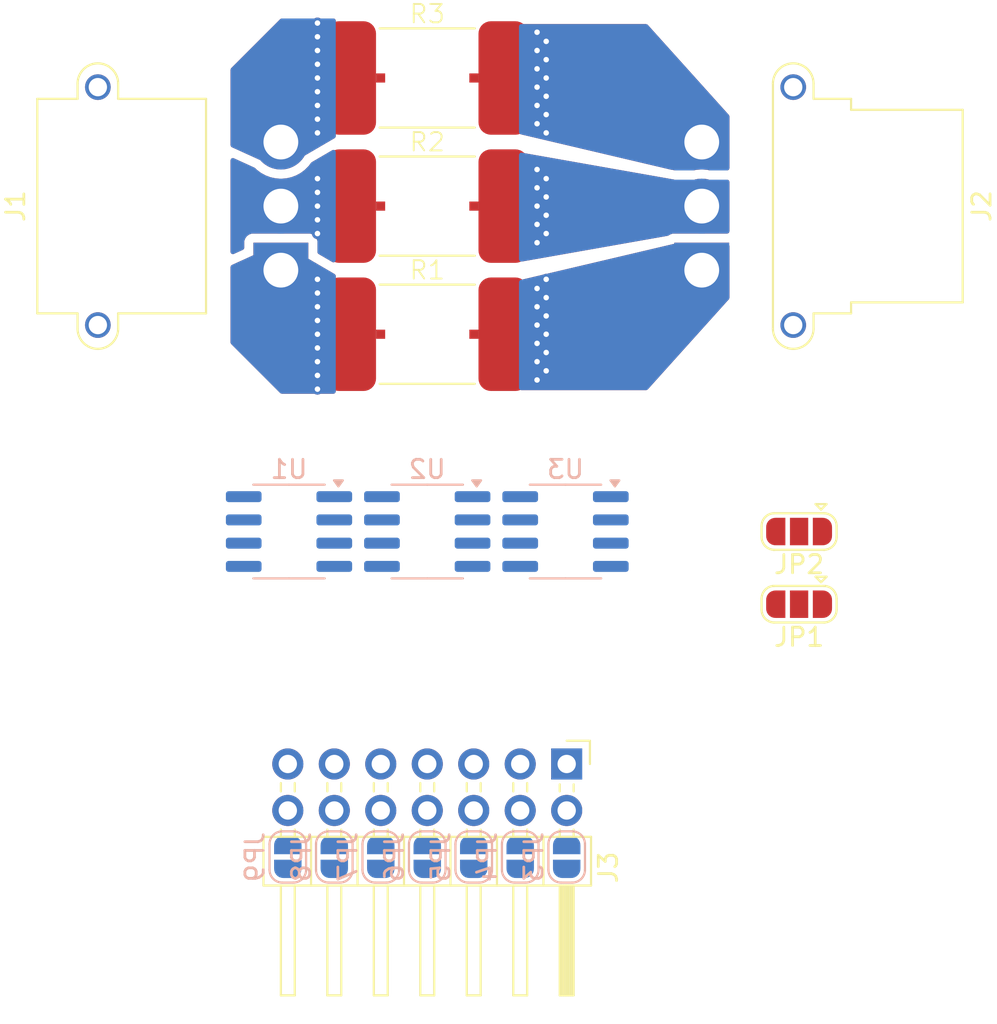
<source format=kicad_pcb>
(kicad_pcb (version 20240108) (generator "pcbnew") (generator_version "8.0")
  (layers (0 "F.Cu" signal) (31 "B.Cu" signal) (34 "B.Paste" user) (35 "F.Paste" user) (36 "B.SilkS" user "B.Silkscreen") (37 "F.SilkS" user "F.Silkscreen") (38 "B.Mask" user) (39 "F.Mask" user) (44 "Edge.Cuts" user))
  (net 0 "")
  (net 1 "IN_V")
  (net 2 "IN_W")
  (net 3 "IN_U")
  (net 4 "OUT_U")
  (net 5 "OUT_V")
  (net 6 "OUT_W")
  (net 7 "Net-(U1--)")
  (net 8 "Net-(U1-+)")
  (net 9 "VSS")
  (net 10 "VDD")
  (net 11 "REF1_IN")
  (net 12 "Net-(J3-Pin_14)")
  (net 13 "Net-(J3-Pin_4)")
  (net 14 "I_V_OUT")
  (net 15 "Net-(J3-Pin_12)")
  (net 16 "REF2_IN")
  (net 17 "Net-(J3-Pin_8)")
  (net 18 "I_U_OUT")
  (net 19 "Net-(J3-Pin_2)")
  (net 20 "I_W_OUT")
  (net 21 "Net-(J3-Pin_10)")
  (net 22 "Net-(J3-Pin_6)")
  (net 23 "REF2")
  (net 24 "REF1")
  (net 25 "Net-(U2-+)")
  (net 26 "Net-(U2--)")
  (net 27 "Net-(U3-+)")
  (net 28 "Net-(U3--)")
  (footprint "Connector_AMASS:AMASS_MR30PW-FB_1x03_P3.50mm_Horizontal" (layer "F.Cu") (at 101.36 51.76 -90)
    (property "Reference" "J2" (at -3.5 -15.3 90) (layer "F.SilkS"))
    (property "Value" "MR30PW-FB")
    (fp_line (start -10.2 -3.89) (end 3.2 -3.89) (stroke (width 0.12)) (layer "F.SilkS"))
    (fp_line (start -10.2 -6.11) (end -9.36 -6.11) (stroke (width 0.12)) (layer "F.SilkS"))
    (fp_line (start 2.36 -6.11) (end 3.2 -6.11) (stroke (width 0.12)) (layer "F.SilkS"))
    (fp_line (start -9.36 -8.16) (end -9.36 -6.11) (stroke (width 0.12)) (layer "F.SilkS"))
    (fp_line (start -9.36 -8.16) (end -8.76 -8.16) (stroke (width 0.12)) (layer "F.SilkS"))
    (fp_line (start 1.76 -8.16) (end 2.36 -8.16) (stroke (width 0.12)) (layer "F.SilkS"))
    (fp_line (start 2.36 -8.16) (end 2.36 -6.11) (stroke (width 0.12)) (layer "F.SilkS"))
    (fp_line (start -8.76 -14.26) (end -8.76 -8.16) (stroke (width 0.12)) (layer "F.SilkS"))
    (fp_line (start -8.76 -14.26) (end 1.76 -14.26) (stroke (width 0.12)) (layer "F.SilkS"))
    (fp_line (start 1.76 -14.26) (end 1.76 -8.16) (stroke (width 0.12)) (layer "F.SilkS"))
    (fp_arc (start -10.2 -3.89) (mid -11.31 -5) (end -10.2 -6.11) (stroke (width 0.12)) (layer "F.SilkS"))
    (fp_arc (start 3.2 -6.11) (mid 4.31 -5) (end 3.2 -3.89) (stroke (width 0.12)) (layer "F.SilkS"))
    (pad "" thru_hole circle (at -10 -5 270) (size 1.4 1.4) (drill 1) (layers "*.Cu" "*.Mask"))
    (pad "" thru_hole circle (at 3 -5) (size 1.4 1.4) (drill 1) (layers "*.Cu" "*.Mask"))
    (pad "1" thru_hole rect (at 0 0 270) (size 3 3) (drill 1.9) (layers "*.Cu" "*.Mask") (net 4 "OUT_U"))
    (pad "2" thru_hole circle (at -3.5 0 270) (size 3 3) (drill 1.9) (layers "*.Cu" "*.Mask") (net 5 "OUT_V"))
    (pad "3" thru_hole circle (at -7 0 270) (size 3 3) (drill 1.9) (layers "*.Cu" "*.Mask") (net 6 "OUT_W"))
  )
  (footprint "Custom_Shunt_Resistor_Footprint_Library:R_Shunt_3920_10052Metric" (layer "F.Cu") (at 86.36 41.26)
    (property "Reference" "R3" (at 0 -3.5 0) (layer "F.SilkS") (effects (font (thickness 0.1))))
    (property "Value" "EWSL3920F1L50Q9")
    (fp_line (start -2.6 -2.71) (end 2.6 -2.71) (stroke (width 0.12)) (layer "F.SilkS"))
    (fp_line (start -2.6 2.71) (end 2.6 2.71) (stroke (width 0.12)) (layer "F.SilkS"))
    (pad "1" smd roundrect (at -4.15 0) (size 2.7 6.2) (layers "F.Cu" "F.Paste" "F.Mask") (net 2 "IN_W"))
    (pad "2" smd rect (at -2.55 0) (size 0.5 0.5) (layers "F.Cu") (net 27 "Net-(U3-+)"))
    (pad "3" smd rect (at 2.55 0) (size 0.5 0.5) (layers "F.Cu") (net 28 "Net-(U3--)"))
    (pad "4" smd roundrect (at 4.15 0) (size 2.7 6.2) (layers "F.Cu" "F.Paste" "F.Mask") (net 6 "OUT_W"))
  )
  (footprint "Custom_Shunt_Resistor_Footprint_Library:R_Shunt_3920_10052Metric" (layer "F.Cu") (at 86.36 55.26)
    (property "Reference" "R1" (at 0 -3.5 0) (layer "F.SilkS") (effects (font (thickness 0.1))))
    (property "Value" "EWSL3920F1L50Q9")
    (fp_line (start -2.6 -2.71) (end 2.6 -2.71) (stroke (width 0.12)) (layer "F.SilkS"))
    (fp_line (start -2.6 2.71) (end 2.6 2.71) (stroke (width 0.12)) (layer "F.SilkS"))
    (pad "1" smd roundrect (at -4.15 0) (size 2.7 6.2) (layers "F.Cu" "F.Paste" "F.Mask") (net 3 "IN_U"))
    (pad "2" smd rect (at -2.55 0) (size 0.5 0.5) (layers "F.Cu") (net 8 "Net-(U1-+)"))
    (pad "3" smd rect (at 2.55 0) (size 0.5 0.5) (layers "F.Cu") (net 7 "Net-(U1--)"))
    (pad "4" smd roundrect (at 4.15 0) (size 2.7 6.2) (layers "F.Cu" "F.Paste" "F.Mask") (net 4 "OUT_U"))
  )
  (footprint "Jumper:SolderJumper-3_P1.3mm_Open_RoundedPad1.0x1.5mm" (layer "F.Cu") (at 106.68 66.04 180)
    (property "Reference" "JP2" (at 0 -1.8 360) (layer "F.SilkS"))
    (property "Value" "SolderJumper_3_Open")
    (fp_line (start 2.05 -0.3) (end 2.05 0.3) (stroke (width 0.12)) (layer "F.SilkS"))
    (fp_line (start 1.4 1) (end -1.4 1) (stroke (width 0.12)) (layer "F.SilkS"))
    (fp_line (start -1.2 1.2) (end -0.9 1.5) (stroke (width 0.12)) (layer "F.SilkS"))
    (fp_line (start -1.2 1.2) (end -1.5 1.5) (stroke (width 0.12)) (layer "F.SilkS"))
    (fp_line (start -1.4 -1) (end 1.4 -1) (stroke (width 0.12)) (layer "F.SilkS"))
    (fp_line (start -1.5 1.5) (end -0.9 1.5) (stroke (width 0.12)) (layer "F.SilkS"))
    (fp_line (start -2.05 0.3) (end -2.05 -0.3) (stroke (width 0.12)) (layer "F.SilkS"))
    (fp_arc (start 2.05 0.3) (mid 1.844975 0.794975) (end 1.35 1) (stroke (width 0.12)) (layer "F.SilkS"))
    (fp_arc (start 1.35 -1) (mid 1.844975 -0.794975) (end 2.05 -0.3) (stroke (width 0.12)) (layer "F.SilkS"))
    (fp_arc (start -1.35 1) (mid -1.844975 0.794975) (end -2.05 0.3) (stroke (width 0.12)) (layer "F.SilkS"))
    (fp_arc (start -2.05 -0.3) (mid -1.844975 -0.794975) (end -1.35 -1) (stroke (width 0.12)) (layer "F.SilkS"))
    (pad "1" smd custom (at -1.3 0 180) (size 1 0.5) (layers "F.Cu" "F.Mask") (net 9 "VSS") (options (clearance outline) (anchor rect)) (primitives (gr_circle (center 0 0.25) (end 0.5 0.25) (width 0) (fill yes)) (gr_circle (center 0 -0.25) (end 0.5 -0.25) (width 0) (fill yes)) (gr_poly (pts (xy 0.55 0.75) (xy 0 0.75) (xy 0 -0.75) (xy 0.55 -0.75)) (width 0) (fill yes))))
    (pad "2" smd rect (at 0 0 180) (size 1 1.5) (layers "F.Cu" "F.Mask") (net 24 "REF1"))
    (pad "3" smd custom (at 1.3 0 180) (size 1 0.5) (layers "F.Cu" "F.Mask") (net 11 "REF1_IN") (options (clearance outline) (anchor rect)) (primitives (gr_circle (center 0 0.25) (end 0.5 0.25) (width 0) (fill yes)) (gr_circle (center 0 -0.25) (end 0.5 -0.25) (width 0) (fill yes)) (gr_poly (pts (xy 0 0.75) (xy -0.55 0.75) (xy -0.55 -0.75) (xy 0 -0.75)) (width 0) (fill yes))))
  )
  (footprint "Connector_AMASS:AMASS_MR30PW-M_1x03_P3.50mm_Horizontal" (layer "F.Cu") (at 78.36 51.76 90)
    (property "Reference" "J1" (at 3.5 -14.5 90) (layer "F.SilkS"))
    (property "Value" "MR30PW-M")
    (fp_line (start 9.36 -13.31) (end 9.36 -11.11) (stroke (width 0.12)) (layer "F.SilkS"))
    (fp_line (start -2.36 -13.31) (end 9.36 -13.31) (stroke (width 0.12)) (layer "F.SilkS"))
    (fp_line (start -2.36 -13.31) (end -2.36 -11.11) (stroke (width 0.12)) (layer "F.SilkS"))
    (fp_line (start 9.36 -11.11) (end 10.2 -11.11) (stroke (width 0.12)) (layer "F.SilkS"))
    (fp_line (start -3.2 -11.11) (end -2.36 -11.11) (stroke (width 0.12)) (layer "F.SilkS"))
    (fp_line (start 9.36 -8.89) (end 10.2 -8.89) (stroke (width 0.12)) (layer "F.SilkS"))
    (fp_line (start 9.36 -8.89) (end 9.36 -4.09) (stroke (width 0.12)) (layer "F.SilkS"))
    (fp_line (start -2.36 -8.89) (end -2.36 -4.09) (stroke (width 0.12)) (layer "F.SilkS"))
    (fp_line (start -3.2 -8.89) (end -2.36 -8.89) (stroke (width 0.12)) (layer "F.SilkS"))
    (fp_line (start -2.36 -4.09) (end 9.36 -4.09) (stroke (width 0.12)) (layer "F.SilkS"))
    (fp_arc (start 10.2 -11.11) (mid 11.31 -10) (end 10.2 -8.89) (stroke (width 0.12)) (layer "F.SilkS"))
    (fp_arc (start -3.2 -8.89) (mid -4.31 -10) (end -3.2 -11.11) (stroke (width 0.12)) (layer "F.SilkS"))
    (pad "" thru_hole circle (at -3 -10 90) (size 1.4 1.4) (drill 1) (layers "*.Cu" "*.Mask"))
    (pad "" thru_hole circle (at 10 -10 90) (size 1.4 1.4) (drill 1) (layers "*.Cu" "*.Mask"))
    (pad "1" thru_hole rect (at 0 0 90) (size 3 3) (drill 1.9) (layers "*.Cu" "*.Mask") (net 3 "IN_U"))
    (pad "2" thru_hole circle (at 3.5 0 90) (size 3 3) (drill 1.9) (layers "*.Cu" "*.Mask") (net 1 "IN_V"))
    (pad "3" thru_hole circle (at 7 0 90) (size 3 3) (drill 1.9) (layers "*.Cu" "*.Mask") (net 2 "IN_W"))
  )
  (footprint "Custom_Shunt_Resistor_Footprint_Library:R_Shunt_3920_10052Metric" (layer "F.Cu") (at 86.36 48.26)
    (property "Reference" "R2" (at 0 -3.5 0) (layer "F.SilkS") (effects (font (thickness 0.1))))
    (property "Value" "EWSL3920F1L50Q9")
    (fp_line (start -2.6 -2.71) (end 2.6 -2.71) (stroke (width 0.12)) (layer "F.SilkS"))
    (fp_line (start -2.6 2.71) (end 2.6 2.71) (stroke (width 0.12)) (layer "F.SilkS"))
    (pad "1" smd roundrect (at -4.15 0) (size 2.7 6.2) (layers "F.Cu" "F.Paste" "F.Mask") (net 1 "IN_V"))
    (pad "2" smd rect (at -2.55 0) (size 0.5 0.5) (layers "F.Cu") (net 25 "Net-(U2-+)"))
    (pad "3" smd rect (at 2.55 0) (size 0.5 0.5) (layers "F.Cu") (net 26 "Net-(U2--)"))
    (pad "4" smd roundrect (at 4.15 0) (size 2.7 6.2) (layers "F.Cu" "F.Paste" "F.Mask") (net 5 "OUT_V"))
  )
  (footprint "Connector_PinHeader_2.54mm:PinHeader_2x07_P2.54mm_Horizontal" (layer "F.Cu") (at 93.98 78.74 -90)
    (property "Reference" "J3" (at 5.655 -2.27 90) (layer "F.SilkS"))
    (property "Value" "Conn_02x07_Odd_Even")
    (fp_line (start 3.98 16.57) (end 6.64 16.57) (stroke (width 0.12)) (layer "F.SilkS"))
    (fp_line (start 6.64 16.57) (end 6.64 -1.33) (stroke (width 0.12)) (layer "F.SilkS"))
    (fp_line (start 1.042929 15.62) (end 1.497071 15.62) (stroke (width 0.12)) (layer "F.SilkS"))
    (fp_line (start 3.582929 15.62) (end 3.98 15.62) (stroke (width 0.12)) (layer "F.SilkS"))
    (fp_line (start 12.64 15.62) (end 6.64 15.62) (stroke (width 0.12)) (layer "F.SilkS"))
    (fp_line (start 1.042929 14.86) (end 1.497071 14.86) (stroke (width 0.12)) (layer "F.SilkS"))
    (fp_line (start 3.582929 14.86) (end 3.98 14.86) (stroke (width 0.12)) (layer "F.SilkS"))
    (fp_line (start 6.64 14.86) (end 12.64 14.86) (stroke (width 0.12)) (layer "F.SilkS"))
    (fp_line (start 12.64 14.86) (end 12.64 15.62) (stroke (width 0.12)) (layer "F.SilkS"))
    (fp_line (start 3.98 13.97) (end 6.64 13.97) (stroke (width 0.12)) (layer "F.SilkS"))
    (fp_line (start 1.042929 13.08) (end 1.497071 13.08) (stroke (width 0.12)) (layer "F.SilkS"))
    (fp_line (start 3.582929 13.08) (end 3.98 13.08) (stroke (width 0.12)) (layer "F.SilkS"))
    (fp_line (start 12.64 13.08) (end 6.64 13.08) (stroke (width 0.12)) (layer "F.SilkS"))
    (fp_line (start 1.042929 12.32) (end 1.497071 12.32) (stroke (width 0.12)) (layer "F.SilkS"))
    (fp_line (start 3.582929 12.32) (end 3.98 12.32) (stroke (width 0.12)) (layer "F.SilkS"))
    (fp_line (start 6.64 12.32) (end 12.64 12.32) (stroke (width 0.12)) (layer "F.SilkS"))
    (fp_line (start 12.64 12.32) (end 12.64 13.08) (stroke (width 0.12)) (layer "F.SilkS"))
    (fp_line (start 3.98 11.43) (end 6.64 11.43) (stroke (width 0.12)) (layer "F.SilkS"))
    (fp_line (start 1.042929 10.54) (end 1.497071 10.54) (stroke (width 0.12)) (layer "F.SilkS"))
    (fp_line (start 3.582929 10.54) (end 3.98 10.54) (stroke (width 0.12)) (layer "F.SilkS"))
    (fp_line (start 12.64 10.54) (end 6.64 10.54) (stroke (width 0.12)) (layer "F.SilkS"))
    (fp_line (start 1.042929 9.78) (end 1.497071 9.78) (stroke (width 0.12)) (layer "F.SilkS"))
    (fp_line (start 3.582929 9.78) (end 3.98 9.78) (stroke (width 0.12)) (layer "F.SilkS"))
    (fp_line (start 6.64 9.78) (end 12.64 9.78) (stroke (width 0.12)) (layer "F.SilkS"))
    (fp_line (start 12.64 9.78) (end 12.64 10.54) (stroke (width 0.12)) (layer "F.SilkS"))
    (fp_line (start 3.98 8.89) (end 6.64 8.89) (stroke (width 0.12)) (layer "F.SilkS"))
    (fp_line (start 1.042929 8) (end 1.497071 8) (stroke (width 0.12)) (layer "F.SilkS"))
    (fp_line (start 3.582929 8) (end 3.98 8) (stroke (width 0.12)) (layer "F.SilkS"))
    (fp_line (start 12.64 8) (end 6.64 8) (stroke (width 0.12)) (layer "F.SilkS"))
    (fp_line (start 1.042929 7.24) (end 1.497071 7.24) (stroke (width 0.12)) (layer "F.SilkS"))
    (fp_line (start 3.582929 7.24) (end 3.98 7.24) (stroke (width 0.12)) (layer "F.SilkS"))
    (fp_line (start 6.64 7.24) (end 12.64 7.24) (stroke (width 0.12)) (layer "F.SilkS"))
    (fp_line (start 12.64 7.24) (end 12.64 8) (stroke (width 0.12)) (layer "F.SilkS"))
    (fp_line (start 3.98 6.35) (end 6.64 6.35) (stroke (width 0.12)) (layer "F.SilkS"))
    (fp_line (start 1.042929 5.46) (end 1.497071 5.46) (stroke (width 0.12)) (layer "F.SilkS"))
    (fp_line (start 3.582929 5.46) (end 3.98 5.46) (stroke (width 0.12)) (layer "F.SilkS"))
    (fp_line (start 12.64 5.46) (end 6.64 5.46) (stroke (width 0.12)) (layer "F.SilkS"))
    (fp_line (start 1.042929 4.7) (end 1.497071 4.7) (stroke (width 0.12)) (layer "F.SilkS"))
    (fp_line (start 3.582929 4.7) (end 3.98 4.7) (stroke (width 0.12)) (layer "F.SilkS"))
    (fp_line (start 6.64 4.7) (end 12.64 4.7) (stroke (width 0.12)) (layer "F.SilkS"))
    (fp_line (start 12.64 4.7) (end 12.64 5.46) (stroke (width 0.12)) (layer "F.SilkS"))
    (fp_line (start 3.98 3.81) (end 6.64 3.81) (stroke (width 0.12)) (layer "F.SilkS"))
    (fp_line (start 1.042929 2.92) (end 1.497071 2.92) (stroke (width 0.12)) (layer "F.SilkS"))
    (fp_line (start 3.582929 2.92) (end 3.98 2.92) (stroke (width 0.12)) (layer "F.SilkS"))
    (fp_line (start 12.64 2.92) (end 6.64 2.92) (stroke (width 0.12)) (layer "F.SilkS"))
    (fp_line (start 1.042929 2.16) (end 1.497071 2.16) (stroke (width 0.12)) (layer "F.SilkS"))
    (fp_line (start 3.582929 2.16) (end 3.98 2.16) (stroke (width 0.12)) (layer "F.SilkS"))
    (fp_line (start 6.64 2.16) (end 12.64 2.16) (stroke (width 0.12)) (layer "F.SilkS"))
    (fp_line (start 12.64 2.16) (end 12.64 2.92) (stroke (width 0.12)) (layer "F.SilkS"))
    (fp_line (start 3.98 1.27) (end 6.64 1.27) (stroke (width 0.12)) (layer "F.SilkS"))
    (fp_line (start 1.11 0.38) (end 1.497071 0.38) (stroke (width 0.12)) (layer "F.SilkS"))
    (fp_line (start 3.582929 0.38) (end 3.98 0.38) (stroke (width 0.12)) (layer "F.SilkS"))
    (fp_line (start 12.64 0.38) (end 6.64 0.38) (stroke (width 0.12)) (layer "F.SilkS"))
    (fp_line (start 6.64 0.28) (end 12.64 0.28) (stroke (width 0.12)) (layer "F.SilkS"))
    (fp_line (start 6.64 0.16) (end 12.64 0.16) (stroke (width 0.12)) (layer "F.SilkS"))
    (fp_line (start 6.64 0.04) (end 12.64 0.04) (stroke (width 0.12)) (layer "F.SilkS"))
    (fp_line (start -1.27 0) (end -1.27 -1.27) (stroke (width 0.12)) (layer "F.SilkS"))
    (fp_line (start 6.64 -0.08) (end 12.64 -0.08) (stroke (width 0.12)) (layer "F.SilkS"))
    (fp_line (start 6.64 -0.2) (end 12.64 -0.2) (stroke (width 0.12)) (layer "F.SilkS"))
    (fp_line (start 6.64 -0.32) (end 12.64 -0.32) (stroke (width 0.12)) (layer "F.SilkS"))
    (fp_line (start 1.11 -0.38) (end 1.497071 -0.38) (stroke (width 0.12)) (layer "F.SilkS"))
    (fp_line (start 3.582929 -0.38) (end 3.98 -0.38) (stroke (width 0.12)) (layer "F.SilkS"))
    (fp_line (start 6.64 -0.38) (end 12.64 -0.38) (stroke (width 0.12)) (layer "F.SilkS"))
    (fp_line (start 12.64 -0.38) (end 12.64 0.38) (stroke (width 0.12)) (layer "F.SilkS"))
    (fp_line (start -1.27 -1.27) (end 0 -1.27) (stroke (width 0.12)) (layer "F.SilkS"))
    (fp_line (start 3.98 -1.33) (end 3.98 16.57) (stroke (width 0.12)) (layer "F.SilkS"))
    (fp_line (start 6.64 -1.33) (end 3.98 -1.33) (stroke (width 0.12)) (layer "F.SilkS"))
    (pad "1" thru_hole rect (at 0 0 270) (size 1.7 1.7) (drill 1) (layers "*.Cu" "*.Mask") (net 18 "I_U_OUT"))
    (pad "2" thru_hole oval (at 2.54 0 270) (size 1.7 1.7) (drill 1) (layers "*.Cu" "*.Mask") (net 19 "Net-(J3-Pin_2)"))
    (pad "3" thru_hole oval (at 0 2.54 270) (size 1.7 1.7) (drill 1) (layers "*.Cu" "*.Mask") (net 14 "I_V_OUT"))
    (pad "4" thru_hole oval (at 2.54 2.54 270) (size 1.7 1.7) (drill 1) (layers "*.Cu" "*.Mask") (net 13 "Net-(J3-Pin_4)"))
    (pad "5" thru_hole oval (at 0 5.08 270) (size 1.7 1.7) (drill 1) (layers "*.Cu" "*.Mask") (net 20 "I_W_OUT"))
    (pad "6" thru_hole oval (at 2.54 5.08 270) (size 1.7 1.7) (drill 1) (layers "*.Cu" "*.Mask") (net 22 "Net-(J3-Pin_6)"))
    (pad "7" thru_hole oval (at 0 7.62 270) (size 1.7 1.7) (drill 1) (layers "*.Cu" "*.Mask") (net 11 "REF1_IN"))
    (pad "8" thru_hole oval (at 2.54 7.62 270) (size 1.7 1.7) (drill 1) (layers "*.Cu" "*.Mask") (net 17 "Net-(J3-Pin_8)"))
    (pad "9" thru_hole oval (at 0 10.16 270) (size 1.7 1.7) (drill 1) (layers "*.Cu" "*.Mask") (net 16 "REF2_IN"))
    (pad "10" thru_hole oval (at 2.54 10.16 270) (size 1.7 1.7) (drill 1) (layers "*.Cu" "*.Mask") (net 21 "Net-(J3-Pin_10)"))
    (pad "11" thru_hole oval (at 0 12.7 270) (size 1.7 1.7) (drill 1) (layers "*.Cu" "*.Mask") (net 9 "VSS"))
    (pad "12" thru_hole oval (at 2.54 12.7 270) (size 1.7 1.7) (drill 1) (layers "*.Cu" "*.Mask") (net 15 "Net-(J3-Pin_12)"))
    (pad "13" thru_hole oval (at 0 15.24 270) (size 1.7 1.7) (drill 1) (layers "*.Cu" "*.Mask") (net 10 "VDD"))
    (pad "14" thru_hole oval (at 2.54 15.24 270) (size 1.7 1.7) (drill 1) (layers "*.Cu" "*.Mask") (net 12 "Net-(J3-Pin_14)"))
  )
  (footprint "Jumper:SolderJumper-3_P1.3mm_Open_RoundedPad1.0x1.5mm" (layer "F.Cu") (at 106.68 70.01 180)
    (property "Reference" "JP1" (at 0 -1.8 360) (layer "F.SilkS"))
    (property "Value" "SolderJumper_3_Open")
    (fp_line (start 2.05 -0.3) (end 2.05 0.3) (stroke (width 0.12)) (layer "F.SilkS"))
    (fp_line (start 1.4 1) (end -1.4 1) (stroke (width 0.12)) (layer "F.SilkS"))
    (fp_line (start -1.2 1.2) (end -0.9 1.5) (stroke (width 0.12)) (layer "F.SilkS"))
    (fp_line (start -1.2 1.2) (end -1.5 1.5) (stroke (width 0.12)) (layer "F.SilkS"))
    (fp_line (start -1.4 -1) (end 1.4 -1) (stroke (width 0.12)) (layer "F.SilkS"))
    (fp_line (start -1.5 1.5) (end -0.9 1.5) (stroke (width 0.12)) (layer "F.SilkS"))
    (fp_line (start -2.05 0.3) (end -2.05 -0.3) (stroke (width 0.12)) (layer "F.SilkS"))
    (fp_arc (start 2.05 0.3) (mid 1.844975 0.794975) (end 1.35 1) (stroke (width 0.12)) (layer "F.SilkS"))
    (fp_arc (start 1.35 -1) (mid 1.844975 -0.794975) (end 2.05 -0.3) (stroke (width 0.12)) (layer "F.SilkS"))
    (fp_arc (start -1.35 1) (mid -1.844975 0.794975) (end -2.05 0.3) (stroke (width 0.12)) (layer "F.SilkS"))
    (fp_arc (start -2.05 -0.3) (mid -1.844975 -0.794975) (end -1.35 -1) (stroke (width 0.12)) (layer "F.SilkS"))
    (pad "1" smd custom (at -1.3 0 180) (size 1 0.5) (layers "F.Cu" "F.Mask") (net 10 "VDD") (options (clearance outline) (anchor rect)) (primitives (gr_circle (center 0 0.25) (end 0.5 0.25) (width 0) (fill yes)) (gr_circle (center 0 -0.25) (end 0.5 -0.25) (width 0) (fill yes)) (gr_poly (pts (xy 0.55 0.75) (xy 0 0.75) (xy 0 -0.75) (xy 0.55 -0.75)) (width 0) (fill yes))))
    (pad "2" smd rect (at 0 0 180) (size 1 1.5) (layers "F.Cu" "F.Mask") (net 23 "REF2"))
    (pad "3" smd custom (at 1.3 0 180) (size 1 0.5) (layers "F.Cu" "F.Mask") (net 16 "REF2_IN") (options (clearance outline) (anchor rect)) (primitives (gr_circle (center 0 0.25) (end 0.5 0.25) (width 0) (fill yes)) (gr_circle (center 0 -0.25) (end 0.5 -0.25) (width 0) (fill yes)) (gr_poly (pts (xy 0 0.75) (xy -0.55 0.75) (xy -0.55 -0.75) (xy 0 -0.75)) (width 0) (fill yes))))
  )
  (footprint "Package_SO:SOIC-8_3.9x4.9mm_P1.27mm" (layer "B.Cu") (at 93.915 66.04 180)
    (property "Reference" "U3" (at 0 3.4 0) (layer "B.SilkS") (effects (justify mirror)))
    (property "Value" "INA240A1D")
    (fp_line (start 1.95 2.56) (end 0 2.56) (stroke (width 0.12)) (layer "B.SilkS"))
    (fp_line (start 1.95 -2.56) (end 0 -2.56) (stroke (width 0.12)) (layer "B.SilkS"))
    (fp_line (start -1.95 2.56) (end 0 2.56) (stroke (width 0.12)) (layer "B.SilkS"))
    (fp_line (start -1.95 -2.56) (end 0 -2.56) (stroke (width 0.12)) (layer "B.SilkS"))
    (fp_poly (pts (xy -2.7 2.465) (xy -2.94 2.795) (xy -2.46 2.795) (xy -2.7 2.465)) (stroke (width 0.12)) (fill solid) (layer "B.SilkS"))
    (pad "1" smd roundrect (at -2.475 1.905 180) (size 1.95 0.6) (layers "B.Cu" "B.Paste" "B.Mask") (net 28 "Net-(U3--)"))
    (pad "2" smd roundrect (at -2.475 0.635 180) (size 1.95 0.6) (layers "B.Cu" "B.Paste" "B.Mask") (net 9 "VSS"))
    (pad "3" smd roundrect (at -2.475 -0.635 180) (size 1.95 0.6) (layers "B.Cu" "B.Paste" "B.Mask") (net 23 "REF2"))
    (pad "4" smd roundrect (at -2.475 -1.905 180) (size 1.95 0.6) (layers "B.Cu" "B.Paste" "B.Mask") (net 9 "VSS"))
    (pad "5" smd roundrect (at 2.475 -1.905 180) (size 1.95 0.6) (layers "B.Cu" "B.Paste" "B.Mask") (net 20 "I_W_OUT"))
    (pad "6" smd roundrect (at 2.475 -0.635 180) (size 1.95 0.6) (layers "B.Cu" "B.Paste" "B.Mask") (net 10 "VDD"))
    (pad "7" smd roundrect (at 2.475 0.635 180) (size 1.95 0.6) (layers "B.Cu" "B.Paste" "B.Mask") (net 24 "REF1"))
    (pad "8" smd roundrect (at 2.475 1.905 180) (size 1.95 0.6) (layers "B.Cu" "B.Paste" "B.Mask") (net 27 "Net-(U3-+)"))
  )
  (footprint "Jumper:SolderJumper-2_P1.3mm_Open_RoundedPad1.0x1.5mm" (layer "B.Cu") (at 88.9 83.82 -90)
    (property "Reference" "JP5" (at 0 1.8 90) (layer "B.SilkS") (effects (justify mirror)))
    (property "Value" "SolderJumper_2_Open")
    (fp_line (start 0.7 1) (end -0.7 1) (stroke (width 0.12)) (layer "B.SilkS"))
    (fp_line (start -1.4 0.3) (end -1.4 -0.3) (stroke (width 0.12)) (layer "B.SilkS"))
    (fp_line (start 1.4 -0.3) (end 1.4 0.3) (stroke (width 0.12)) (layer "B.SilkS"))
    (fp_line (start -0.7 -1) (end 0.7 -1) (stroke (width 0.12)) (layer "B.SilkS"))
    (fp_arc (start -0.7 1) (mid -1.194975 0.794975) (end -1.4 0.3) (stroke (width 0.12)) (layer "B.SilkS"))
    (fp_arc (start 1.4 0.3) (mid 1.194975 0.794975) (end 0.7 1) (stroke (width 0.12)) (layer "B.SilkS"))
    (fp_arc (start -1.4 -0.3) (mid -1.194975 -0.794975) (end -0.7 -1) (stroke (width 0.12)) (layer "B.SilkS"))
    (fp_arc (start 0.7 -1) (mid 1.194975 -0.794975) (end 1.4 -0.3) (stroke (width 0.12)) (layer "B.SilkS"))
    (pad "1" smd custom (at -0.65 0 270) (size 1 0.5) (layers "B.Cu" "B.Mask") (net 22 "Net-(J3-Pin_6)") (options (clearance outline) (anchor rect)) (primitives (gr_circle (center 0 -0.25) (end 0.5 -0.25) (width 0) (fill yes)) (gr_circle (center 0 0.25) (end 0.5 0.25) (width 0) (fill yes)) (gr_poly (pts (xy 0.5 -0.75) (xy 0 -0.75) (xy 0 0.75) (xy 0.5 0.75)) (width 0) (fill yes))))
    (pad "2" smd custom (at 0.65 0 270) (size 1 0.5) (layers "B.Cu" "B.Mask") (net 9 "VSS") (options (clearance outline) (anchor rect)) (primitives (gr_circle (center 0 -0.25) (end 0.5 -0.25) (width 0) (fill yes)) (gr_circle (center 0 0.25) (end 0.5 0.25) (width 0) (fill yes)) (gr_poly (pts (xy 0 -0.75) (xy -0.5 -0.75) (xy -0.5 0.75) (xy 0 0.75)) (width 0) (fill yes))))
  )
  (footprint "Package_SO:SOIC-8_3.9x4.9mm_P1.27mm" (layer "B.Cu") (at 78.805 66.04 180)
    (property "Reference" "U1" (at 0 3.4 0) (layer "B.SilkS") (effects (justify mirror)))
    (property "Value" "INA240A1D")
    (fp_line (start 1.95 2.56) (end 0 2.56) (stroke (width 0.12)) (layer "B.SilkS"))
    (fp_line (start 1.95 -2.56) (end 0 -2.56) (stroke (width 0.12)) (layer "B.SilkS"))
    (fp_line (start -1.95 2.56) (end 0 2.56) (stroke (width 0.12)) (layer "B.SilkS"))
    (fp_line (start -1.95 -2.56) (end 0 -2.56) (stroke (width 0.12)) (layer "B.SilkS"))
    (fp_poly (pts (xy -2.7 2.465) (xy -2.94 2.795) (xy -2.46 2.795) (xy -2.7 2.465)) (stroke (width 0.12)) (fill solid) (layer "B.SilkS"))
    (pad "1" smd roundrect (at -2.475 1.905 180) (size 1.95 0.6) (layers "B.Cu" "B.Paste" "B.Mask") (net 7 "Net-(U1--)"))
    (pad "2" smd roundrect (at -2.475 0.635 180) (size 1.95 0.6) (layers "B.Cu" "B.Paste" "B.Mask") (net 9 "VSS"))
    (pad "3" smd roundrect (at -2.475 -0.635 180) (size 1.95 0.6) (layers "B.Cu" "B.Paste" "B.Mask") (net 23 "REF2"))
    (pad "4" smd roundrect (at -2.475 -1.905 180) (size 1.95 0.6) (layers "B.Cu" "B.Paste" "B.Mask") (net 9 "VSS"))
    (pad "5" smd roundrect (at 2.475 -1.905 180) (size 1.95 0.6) (layers "B.Cu" "B.Paste" "B.Mask") (net 18 "I_U_OUT"))
    (pad "6" smd roundrect (at 2.475 -0.635 180) (size 1.95 0.6) (layers "B.Cu" "B.Paste" "B.Mask") (net 10 "VDD"))
    (pad "7" smd roundrect (at 2.475 0.635 180) (size 1.95 0.6) (layers "B.Cu" "B.Paste" "B.Mask") (net 24 "REF1"))
    (pad "8" smd roundrect (at 2.475 1.905 180) (size 1.95 0.6) (layers "B.Cu" "B.Paste" "B.Mask") (net 8 "Net-(U1-+)"))
  )
  (footprint "Jumper:SolderJumper-2_P1.3mm_Open_RoundedPad1.0x1.5mm" (layer "B.Cu") (at 83.82 83.82 -90)
    (property "Reference" "JP7" (at 0 1.8 90) (layer "B.SilkS") (effects (justify mirror)))
    (property "Value" "SolderJumper_2_Open")
    (fp_line (start 0.7 1) (end -0.7 1) (stroke (width 0.12)) (layer "B.SilkS"))
    (fp_line (start -1.4 0.3) (end -1.4 -0.3) (stroke (width 0.12)) (layer "B.SilkS"))
    (fp_line (start 1.4 -0.3) (end 1.4 0.3) (stroke (width 0.12)) (layer "B.SilkS"))
    (fp_line (start -0.7 -1) (end 0.7 -1) (stroke (width 0.12)) (layer "B.SilkS"))
    (fp_arc (start -0.7 1) (mid -1.194975 0.794975) (end -1.4 0.3) (stroke (width 0.12)) (layer "B.SilkS"))
    (fp_arc (start 1.4 0.3) (mid 1.194975 0.794975) (end 0.7 1) (stroke (width 0.12)) (layer "B.SilkS"))
    (fp_arc (start -1.4 -0.3) (mid -1.194975 -0.794975) (end -0.7 -1) (stroke (width 0.12)) (layer "B.SilkS"))
    (fp_arc (start 0.7 -1) (mid 1.194975 -0.794975) (end 1.4 -0.3) (stroke (width 0.12)) (layer "B.SilkS"))
    (pad "1" smd custom (at -0.65 0 270) (size 1 0.5) (layers "B.Cu" "B.Mask") (net 21 "Net-(J3-Pin_10)") (options (clearance outline) (anchor rect)) (primitives (gr_circle (center 0 -0.25) (end 0.5 -0.25) (width 0) (fill yes)) (gr_circle (center 0 0.25) (end 0.5 0.25) (width 0) (fill yes)) (gr_poly (pts (xy 0.5 -0.75) (xy 0 -0.75) (xy 0 0.75) (xy 0.5 0.75)) (width 0) (fill yes))))
    (pad "2" smd custom (at 0.65 0 270) (size 1 0.5) (layers "B.Cu" "B.Mask") (net 9 "VSS") (options (clearance outline) (anchor rect)) (primitives (gr_circle (center 0 -0.25) (end 0.5 -0.25) (width 0) (fill yes)) (gr_circle (center 0 0.25) (end 0.5 0.25) (width 0) (fill yes)) (gr_poly (pts (xy 0 -0.75) (xy -0.5 -0.75) (xy -0.5 0.75) (xy 0 0.75)) (width 0) (fill yes))))
  )
  (footprint "Jumper:SolderJumper-2_P1.3mm_Open_RoundedPad1.0x1.5mm" (layer "B.Cu") (at 86.36 83.82 -90)
    (property "Reference" "JP6" (at 0 1.8 90) (layer "B.SilkS") (effects (justify mirror)))
    (property "Value" "SolderJumper_2_Open")
    (fp_line (start 0.7 1) (end -0.7 1) (stroke (width 0.12)) (layer "B.SilkS"))
    (fp_line (start -1.4 0.3) (end -1.4 -0.3) (stroke (width 0.12)) (layer "B.SilkS"))
    (fp_line (start 1.4 -0.3) (end 1.4 0.3) (stroke (width 0.12)) (layer "B.SilkS"))
    (fp_line (start -0.7 -1) (end 0.7 -1) (stroke (width 0.12)) (layer "B.SilkS"))
    (fp_arc (start -0.7 1) (mid -1.194975 0.794975) (end -1.4 0.3) (stroke (width 0.12)) (layer "B.SilkS"))
    (fp_arc (start 1.4 0.3) (mid 1.194975 0.794975) (end 0.7 1) (stroke (width 0.12)) (layer "B.SilkS"))
    (fp_arc (start -1.4 -0.3) (mid -1.194975 -0.794975) (end -0.7 -1) (stroke (width 0.12)) (layer "B.SilkS"))
    (fp_arc (start 0.7 -1) (mid 1.194975 -0.794975) (end 1.4 -0.3) (stroke (width 0.12)) (layer "B.SilkS"))
    (pad "1" smd custom (at -0.65 0 270) (size 1 0.5) (layers "B.Cu" "B.Mask") (net 17 "Net-(J3-Pin_8)") (options (clearance outline) (anchor rect)) (primitives (gr_circle (center 0 -0.25) (end 0.5 -0.25) (width 0) (fill yes)) (gr_circle (center 0 0.25) (end 0.5 0.25) (width 0) (fill yes)) (gr_poly (pts (xy 0.5 -0.75) (xy 0 -0.75) (xy 0 0.75) (xy 0.5 0.75)) (width 0) (fill yes))))
    (pad "2" smd custom (at 0.65 0 270) (size 1 0.5) (layers "B.Cu" "B.Mask") (net 9 "VSS") (options (clearance outline) (anchor rect)) (primitives (gr_circle (center 0 -0.25) (end 0.5 -0.25) (width 0) (fill yes)) (gr_circle (center 0 0.25) (end 0.5 0.25) (width 0) (fill yes)) (gr_poly (pts (xy 0 -0.75) (xy -0.5 -0.75) (xy -0.5 0.75) (xy 0 0.75)) (width 0) (fill yes))))
  )
  (footprint "Package_SO:SOIC-8_3.9x4.9mm_P1.27mm" (layer "B.Cu") (at 86.36 66.04 180)
    (property "Reference" "U2" (at 0 3.4 0) (layer "B.SilkS") (effects (justify mirror)))
    (property "Value" "INA240A1D")
    (fp_line (start 1.95 2.56) (end 0 2.56) (stroke (width 0.12)) (layer "B.SilkS"))
    (fp_line (start 1.95 -2.56) (end 0 -2.56) (stroke (width 0.12)) (layer "B.SilkS"))
    (fp_line (start -1.95 2.56) (end 0 2.56) (stroke (width 0.12)) (layer "B.SilkS"))
    (fp_line (start -1.95 -2.56) (end 0 -2.56) (stroke (width 0.12)) (layer "B.SilkS"))
    (fp_poly (pts (xy -2.7 2.465) (xy -2.94 2.795) (xy -2.46 2.795) (xy -2.7 2.465)) (stroke (width 0.12)) (fill solid) (layer "B.SilkS"))
    (pad "1" smd roundrect (at -2.475 1.905 180) (size 1.95 0.6) (layers "B.Cu" "B.Paste" "B.Mask") (net 26 "Net-(U2--)"))
    (pad "2" smd roundrect (at -2.475 0.635 180) (size 1.95 0.6) (layers "B.Cu" "B.Paste" "B.Mask") (net 9 "VSS"))
    (pad "3" smd roundrect (at -2.475 -0.635 180) (size 1.95 0.6) (layers "B.Cu" "B.Paste" "B.Mask") (net 23 "REF2"))
    (pad "4" smd roundrect (at -2.475 -1.905 180) (size 1.95 0.6) (layers "B.Cu" "B.Paste" "B.Mask") (net 9 "VSS"))
    (pad "5" smd roundrect (at 2.475 -1.905 180) (size 1.95 0.6) (layers "B.Cu" "B.Paste" "B.Mask") (net 14 "I_V_OUT"))
    (pad "6" smd roundrect (at 2.475 -0.635 180) (size 1.95 0.6) (layers "B.Cu" "B.Paste" "B.Mask") (net 10 "VDD"))
    (pad "7" smd roundrect (at 2.475 0.635 180) (size 1.95 0.6) (layers "B.Cu" "B.Paste" "B.Mask") (net 24 "REF1"))
    (pad "8" smd roundrect (at 2.475 1.905 180) (size 1.95 0.6) (layers "B.Cu" "B.Paste" "B.Mask") (net 25 "Net-(U2-+)"))
  )
  (footprint "Jumper:SolderJumper-2_P1.3mm_Open_RoundedPad1.0x1.5mm" (layer "B.Cu") (at 81.28 83.82 -90)
    (property "Reference" "JP8" (at 0 1.8 90) (layer "B.SilkS") (effects (justify mirror)))
    (property "Value" "SolderJumper_2_Open")
    (fp_line (start 0.7 1) (end -0.7 1) (stroke (width 0.12)) (layer "B.SilkS"))
    (fp_line (start -1.4 0.3) (end -1.4 -0.3) (stroke (width 0.12)) (layer "B.SilkS"))
    (fp_line (start 1.4 -0.3) (end 1.4 0.3) (stroke (width 0.12)) (layer "B.SilkS"))
    (fp_line (start -0.7 -1) (end 0.7 -1) (stroke (width 0.12)) (layer "B.SilkS"))
    (fp_arc (start -0.7 1) (mid -1.194975 0.794975) (end -1.4 0.3) (stroke (width 0.12)) (layer "B.SilkS"))
    (fp_arc (start 1.4 0.3) (mid 1.194975 0.794975) (end 0.7 1) (stroke (width 0.12)) (layer "B.SilkS"))
    (fp_arc (start -1.4 -0.3) (mid -1.194975 -0.794975) (end -0.7 -1) (stroke (width 0.12)) (layer "B.SilkS"))
    (fp_arc (start 0.7 -1) (mid 1.194975 -0.794975) (end 1.4 -0.3) (stroke (width 0.12)) (layer "B.SilkS"))
    (pad "1" smd custom (at -0.65 0 270) (size 1 0.5) (layers "B.Cu" "B.Mask") (net 15 "Net-(J3-Pin_12)") (options (clearance outline) (anchor rect)) (primitives (gr_circle (center 0 -0.25) (end 0.5 -0.25) (width 0) (fill yes)) (gr_circle (center 0 0.25) (end 0.5 0.25) (width 0) (fill yes)) (gr_poly (pts (xy 0.5 -0.75) (xy 0 -0.75) (xy 0 0.75) (xy 0.5 0.75)) (width 0) (fill yes))))
    (pad "2" smd custom (at 0.65 0 270) (size 1 0.5) (layers "B.Cu" "B.Mask") (net 9 "VSS") (options (clearance outline) (anchor rect)) (primitives (gr_circle (center 0 -0.25) (end 0.5 -0.25) (width 0) (fill yes)) (gr_circle (center 0 0.25) (end 0.5 0.25) (width 0) (fill yes)) (gr_poly (pts (xy 0 -0.75) (xy -0.5 -0.75) (xy -0.5 0.75) (xy 0 0.75)) (width 0) (fill yes))))
  )
  (footprint "Jumper:SolderJumper-2_P1.3mm_Open_RoundedPad1.0x1.5mm" (layer "B.Cu") (at 78.74 83.82 -90)
    (property "Reference" "JP9" (at 0 1.8 90) (layer "B.SilkS") (effects (justify mirror)))
    (property "Value" "SolderJumper_2_Open")
    (fp_line (start 0.7 1) (end -0.7 1) (stroke (width 0.12)) (layer "B.SilkS"))
    (fp_line (start -1.4 0.3) (end -1.4 -0.3) (stroke (width 0.12)) (layer "B.SilkS"))
    (fp_line (start 1.4 -0.3) (end 1.4 0.3) (stroke (width 0.12)) (layer "B.SilkS"))
    (fp_line (start -0.7 -1) (end 0.7 -1) (stroke (width 0.12)) (layer "B.SilkS"))
    (fp_arc (start -0.7 1) (mid -1.194975 0.794975) (end -1.4 0.3) (stroke (width 0.12)) (layer "B.SilkS"))
    (fp_arc (start 1.4 0.3) (mid 1.194975 0.794975) (end 0.7 1) (stroke (width 0.12)) (layer "B.SilkS"))
    (fp_arc (start -1.4 -0.3) (mid -1.194975 -0.794975) (end -0.7 -1) (stroke (width 0.12)) (layer "B.SilkS"))
    (fp_arc (start 0.7 -1) (mid 1.194975 -0.794975) (end 1.4 -0.3) (stroke (width 0.12)) (layer "B.SilkS"))
    (pad "1" smd custom (at -0.65 0 270) (size 1 0.5) (layers "B.Cu" "B.Mask") (net 12 "Net-(J3-Pin_14)") (options (clearance outline) (anchor rect)) (primitives (gr_circle (center 0 -0.25) (end 0.5 -0.25) (width 0) (fill yes)) (gr_circle (center 0 0.25) (end 0.5 0.25) (width 0) (fill yes)) (gr_poly (pts (xy 0.5 -0.75) (xy 0 -0.75) (xy 0 0.75) (xy 0.5 0.75)) (width 0) (fill yes))))
    (pad "2" smd custom (at 0.65 0 270) (size 1 0.5) (layers "B.Cu" "B.Mask") (net 9 "VSS") (options (clearance outline) (anchor rect)) (primitives (gr_circle (center 0 -0.25) (end 0.5 -0.25) (width 0) (fill yes)) (gr_circle (center 0 0.25) (end 0.5 0.25) (width 0) (fill yes)) (gr_poly (pts (xy 0 -0.75) (xy -0.5 -0.75) (xy -0.5 0.75) (xy 0 0.75)) (width 0) (fill yes))))
  )
  (footprint "Jumper:SolderJumper-2_P1.3mm_Open_RoundedPad1.0x1.5mm" (layer "B.Cu") (at 93.98 83.82 -90)
    (property "Reference" "JP3" (at 0 1.8 90) (layer "B.SilkS") (effects (justify mirror)))
    (property "Value" "SolderJumper_2_Open")
    (fp_line (start 0.7 1) (end -0.7 1) (stroke (width 0.12)) (layer "B.SilkS"))
    (fp_line (start -1.4 0.3) (end -1.4 -0.3) (stroke (width 0.12)) (layer "B.SilkS"))
    (fp_line (start 1.4 -0.3) (end 1.4 0.3) (stroke (width 0.12)) (layer "B.SilkS"))
    (fp_line (start -0.7 -1) (end 0.7 -1) (stroke (width 0.12)) (layer "B.SilkS"))
    (fp_arc (start -0.7 1) (mid -1.194975 0.794975) (end -1.4 0.3) (stroke (width 0.12)) (layer "B.SilkS"))
    (fp_arc (start 1.4 0.3) (mid 1.194975 0.794975) (end 0.7 1) (stroke (width 0.12)) (layer "B.SilkS"))
    (fp_arc (start -1.4 -0.3) (mid -1.194975 -0.794975) (end -0.7 -1) (stroke (width 0.12)) (layer "B.SilkS"))
    (fp_arc (start 0.7 -1) (mid 1.194975 -0.794975) (end 1.4 -0.3) (stroke (width 0.12)) (layer "B.SilkS"))
    (pad "1" smd custom (at -0.65 0 270) (size 1 0.5) (layers "B.Cu" "B.Mask") (net 19 "Net-(J3-Pin_2)") (options (clearance outline) (anchor rect)) (primitives (gr_circle (center 0 -0.25) (end 0.5 -0.25) (width 0) (fill yes)) (gr_circle (center 0 0.25) (end 0.5 0.25) (width 0) (fill yes)) (gr_poly (pts (xy 0.5 -0.75) (xy 0 -0.75) (xy 0 0.75) (xy 0.5 0.75)) (width 0) (fill yes))))
    (pad "2" smd custom (at 0.65 0 270) (size 1 0.5) (layers "B.Cu" "B.Mask") (net 9 "VSS") (options (clearance outline) (anchor rect)) (primitives (gr_circle (center 0 -0.25) (end 0.5 -0.25) (width 0) (fill yes)) (gr_circle (center 0 0.25) (end 0.5 0.25) (width 0) (fill yes)) (gr_poly (pts (xy 0 -0.75) (xy -0.5 -0.75) (xy -0.5 0.75) (xy 0 0.75)) (width 0) (fill yes))))
  )
  (footprint "Jumper:SolderJumper-2_P1.3mm_Open_RoundedPad1.0x1.5mm" (layer "B.Cu") (at 91.44 83.82 -90)
    (property "Reference" "JP4" (at 0 1.8 90) (layer "B.SilkS") (effects (justify mirror)))
    (property "Value" "SolderJumper_2_Open")
    (fp_line (start 0.7 1) (end -0.7 1) (stroke (width 0.12)) (layer "B.SilkS"))
    (fp_line (start -1.4 0.3) (end -1.4 -0.3) (stroke (width 0.12)) (layer "B.SilkS"))
    (fp_line (start 1.4 -0.3) (end 1.4 0.3) (stroke (width 0.12)) (layer "B.SilkS"))
    (fp_line (start -0.7 -1) (end 0.7 -1) (stroke (width 0.12)) (layer "B.SilkS"))
    (fp_arc (start -0.7 1) (mid -1.194975 0.794975) (end -1.4 0.3) (stroke (width 0.12)) (layer "B.SilkS"))
    (fp_arc (start 1.4 0.3) (mid 1.194975 0.794975) (end 0.7 1) (stroke (width 0.12)) (layer "B.SilkS"))
    (fp_arc (start -1.4 -0.3) (mid -1.194975 -0.794975) (end -0.7 -1) (stroke (width 0.12)) (layer "B.SilkS"))
    (fp_arc (start 0.7 -1) (mid 1.194975 -0.794975) (end 1.4 -0.3) (stroke (width 0.12)) (layer "B.SilkS"))
    (pad "1" smd custom (at -0.65 0 270) (size 1 0.5) (layers "B.Cu" "B.Mask") (net 13 "Net-(J3-Pin_4)") (options (clearance outline) (anchor rect)) (primitives (gr_circle (center 0 -0.25) (end 0.5 -0.25) (width 0) (fill yes)) (gr_circle (center 0 0.25) (end 0.5 0.25) (width 0) (fill yes)) (gr_poly (pts (xy 0.5 -0.75) (xy 0 -0.75) (xy 0 0.75) (xy 0.5 0.75)) (width 0) (fill yes))))
    (pad "2" smd custom (at 0.65 0 270) (size 1 0.5) (layers "B.Cu" "B.Mask") (net 9 "VSS") (options (clearance outline) (anchor rect)) (primitives (gr_circle (center 0 -0.25) (end 0.5 -0.25) (width 0) (fill yes)) (gr_circle (center 0 0.25) (end 0.5 0.25) (width 0) (fill yes)) (gr_poly (pts (xy 0 -0.75) (xy -0.5 -0.75) (xy -0.5 0.75) (xy 0 0.75)) (width 0) (fill yes))))
  )
  (via (at 80.36 46.76) (size 0.6) (drill 0.3) (layers "F.Cu" "B.Cu") (net 1))
  (via (at 80.36 47.51) (size 0.6) (drill 0.3) (layers "F.Cu" "B.Cu") (net 1))
  (via (at 80.36 49.76) (size 0.6) (drill 0.3) (layers "F.Cu" "B.Cu") (net 1))
  (via (at 80.36 48.26) (size 0.6) (drill 0.3) (layers "F.Cu" "B.Cu") (net 1))
  (via (at 80.36 49.01) (size 0.6) (drill 0.3) (layers "F.Cu" "B.Cu") (net 1))
  (via (at 80.36 39.01) (size 0.6) (drill 0.3) (layers "F.Cu" "B.Cu") (net 2))
  (via (at 80.36 42.01) (size 0.6) (drill 0.3) (layers "F.Cu" "B.Cu") (net 2))
  (via (at 80.36 39.76) (size 0.6) (drill 0.3) (layers "F.Cu" "B.Cu") (net 2))
  (via (at 80.36 41.26) (size 0.6) (drill 0.3) (layers "F.Cu" "B.Cu") (net 2))
  (via (at 80.36 40.51) (size 0.6) (drill 0.3) (layers "F.Cu" "B.Cu") (net 2))
  (via (at 80.36 44.26) (size 0.6) (drill 0.3) (layers "F.Cu" "B.Cu") (net 2))
  (via (at 80.36 43.51) (size 0.6) (drill 0.3) (layers "F.Cu" "B.Cu") (net 2))
  (via (at 80.36 38.26) (size 0.6) (drill 0.3) (layers "F.Cu" "B.Cu") (net 2))
  (via (at 80.36 42.76) (size 0.6) (drill 0.3) (layers "F.Cu" "B.Cu") (net 2))
  (via (at 80.36 55.26) (size 0.6) (drill 0.3) (layers "F.Cu" "B.Cu") (net 3))
  (via (at 80.36 57.51) (size 0.6) (drill 0.3) (layers "F.Cu" "B.Cu") (net 3))
  (via (at 80.36 53.76) (size 0.6) (drill 0.3) (layers "F.Cu" "B.Cu") (net 3))
  (via (at 80.36 52.26) (size 0.6) (drill 0.3) (layers "F.Cu" "B.Cu") (net 3))
  (via (at 80.36 53.01) (size 0.6) (drill 0.3) (layers "F.Cu" "B.Cu") (net 3))
  (via (at 80.36 56.76) (size 0.6) (drill 0.3) (layers "F.Cu" "B.Cu") (net 3))
  (via (at 80.36 54.51) (size 0.6) (drill 0.3) (layers "F.Cu" "B.Cu") (net 3))
  (via (at 80.36 56.01) (size 0.6) (drill 0.3) (layers "F.Cu" "B.Cu") (net 3))
  (via (at 80.36 58.26) (size 0.6) (drill 0.3) (layers "F.Cu" "B.Cu") (net 3))
  (via (at 92.36 53.76) (size 0.6) (drill 0.3) (layers "F.Cu" "B.Cu") (net 4))
  (via (at 92.86 52.26) (size 0.6) (drill 0.3) (layers "F.Cu" "B.Cu") (net 4))
  (via (at 92.36 54.76) (size 0.6) (drill 0.3) (layers "F.Cu" "B.Cu") (net 4))
  (via (at 92.36 55.76) (size 0.6) (drill 0.3) (layers "F.Cu" "B.Cu") (net 4))
  (via (at 92.86 54.26) (size 0.6) (drill 0.3) (layers "F.Cu" "B.Cu") (net 4))
  (via (at 92.86 53.26) (size 0.6) (drill 0.3) (layers "F.Cu" "B.Cu") (net 4))
  (via (at 92.86 57.26) (size 0.6) (drill 0.3) (layers "F.Cu" "B.Cu") (net 4))
  (via (at 92.36 52.76) (size 0.6) (drill 0.3) (layers "F.Cu" "B.Cu") (net 4))
  (via (at 92.36 57.76) (size 0.6) (drill 0.3) (layers "F.Cu" "B.Cu") (net 4))
  (via (at 92.36 56.76) (size 0.6) (drill 0.3) (layers "F.Cu" "B.Cu") (net 4))
  (via (at 92.86 55.26) (size 0.6) (drill 0.3) (layers "F.Cu" "B.Cu") (net 4))
  (via (at 92.86 56.26) (size 0.6) (drill 0.3) (layers "F.Cu" "B.Cu") (net 4))
  (via (at 92.36 46.26) (size 0.6) (drill 0.3) (layers "F.Cu" "B.Cu") (net 5))
  (via (at 92.86 49.76) (size 0.6) (drill 0.3) (layers "F.Cu" "B.Cu") (net 5))
  (via (at 92.36 49.26) (size 0.6) (drill 0.3) (layers "F.Cu" "B.Cu") (net 5))
  (via (at 92.86 46.76) (size 0.6) (drill 0.3) (layers "F.Cu" "B.Cu") (net 5))
  (via (at 92.36 50.26) (size 0.6) (drill 0.3) (layers "F.Cu" "B.Cu") (net 5))
  (via (at 92.36 48.26) (size 0.6) (drill 0.3) (layers "F.Cu" "B.Cu") (net 5))
  (via (at 92.86 47.76) (size 0.6) (drill 0.3) (layers "F.Cu" "B.Cu") (net 5))
  (via (at 92.36 47.26) (size 0.6) (drill 0.3) (layers "F.Cu" "B.Cu") (net 5))
  (via (at 92.86 48.76) (size 0.6) (drill 0.3) (layers "F.Cu" "B.Cu") (net 5))
  (via (at 92.86 44.26) (size 0.6) (drill 0.3) (layers "F.Cu" "B.Cu") (net 6))
  (via (at 92.36 39.76) (size 0.6) (drill 0.3) (layers "F.Cu" "B.Cu") (net 6))
  (via (at 92.86 43.26) (size 0.6) (drill 0.3) (layers "F.Cu" "B.Cu") (net 6))
  (via (at 92.36 40.76) (size 0.6) (drill 0.3) (layers "F.Cu" "B.Cu") (net 6))
  (via (at 92.36 38.76) (size 0.6) (drill 0.3) (layers "F.Cu" "B.Cu") (net 6))
  (via (at 92.86 39.26) (size 0.6) (drill 0.3) (layers "F.Cu" "B.Cu") (net 6))
  (via (at 92.36 42.76) (size 0.6) (drill 0.3) (layers "F.Cu" "B.Cu") (net 6))
  (via (at 92.86 40.26) (size 0.6) (drill 0.3) (layers "F.Cu" "B.Cu") (net 6))
  (via (at 92.36 41.76) (size 0.6) (drill 0.3) (layers "F.Cu" "B.Cu") (net 6))
  (via (at 92.36 43.76) (size 0.6) (drill 0.3) (layers "F.Cu" "B.Cu") (net 6))
  (via (at 92.86 41.26) (size 0.6) (drill 0.3) (layers "F.Cu" "B.Cu") (net 6))
  (via (at 92.86 42.26) (size 0.6) (drill 0.3) (layers "F.Cu" "B.Cu") (net 6))
  (zone (net 6) (net_name "OUT_W") (layers "F&B.Cu") (connect_pads yes (clearance 0.5)) (min_thickness 0.25) (fill yes (thermal_gap 0.5) (thermal_bridge_width 0.5))
    (polygon (pts (xy 102.873115 46.315738) (xy 99.873115 46.315738) (xy 91.373115 44.315738) (xy 91.373115 38.315738) (xy 98.373115 38.315738) (xy 102.873115 43.315738)))
  )
  (zone (net 1) (net_name "IN_V") (layers "F&B.Cu") (priority 2) (connect_pads yes (clearance 0.5)) (min_thickness 0.25) (fill yes (thermal_gap 0.5) (thermal_bridge_width 0.5))
    (polygon (pts (xy 75.61 45.01) (xy 78.36 46.26) (xy 80.86 45.01) (xy 81.36 45.01) (xy 81.36 51.51) (xy 80.86 51.51) (xy 78.36 50.26) (xy 75.61 51.51)))
  )
  (zone (net 4) (net_name "OUT_U") (layers "F&B.Cu") (connect_pads yes (clearance 0.5)) (min_thickness 0.25) (fill yes (thermal_gap 0.5) (thermal_bridge_width 0.5))
    (polygon (pts (xy 102.873115 50.315738) (xy 99.873115 50.315738) (xy 91.373115 52.315738) (xy 91.373115 58.315738) (xy 98.373115 58.315738) (xy 102.873115 53.315738)))
  )
  (zone (net 2) (net_name "IN_W") (layers "F&B.Cu") (priority 3) (connect_pads yes (clearance 0.5)) (min_thickness 0.25) (fill yes (thermal_gap 0.5) (thermal_bridge_width 0.5))
    (polygon (pts (xy 75.61 45.01) (xy 75.61 40.76) (xy 78.36 38.01) (xy 81.36 38.01) (xy 81.36 44.51) (xy 78.36 46.26)))
  )
  (zone (net 5) (net_name "OUT_V") (layers "F&B.Cu") (priority 1) (connect_pads yes (clearance 0.5)) (min_thickness 0.25) (fill yes (thermal_gap 0.5) (thermal_bridge_width 0.5))
    (polygon (pts (xy 102.873115 46.815738) (xy 99.873115 46.815738) (xy 91.373115 45.315738) (xy 91.373115 51.315738) (xy 99.873115 49.815738) (xy 102.873115 49.815738)))
  )
  (zone (net 3) (net_name "IN_U") (layers "F&B.Cu") (priority 3) (connect_pads yes (clearance 0.5)) (min_thickness 0.25) (fill yes (thermal_gap 0.5) (thermal_bridge_width 0.5))
    (polygon (pts (xy 75.61 51.51) (xy 75.61 55.76) (xy 78.36 58.51) (xy 81.36 58.51) (xy 81.36 52.01) (xy 78.36 50.26)))
  )
)
</source>
